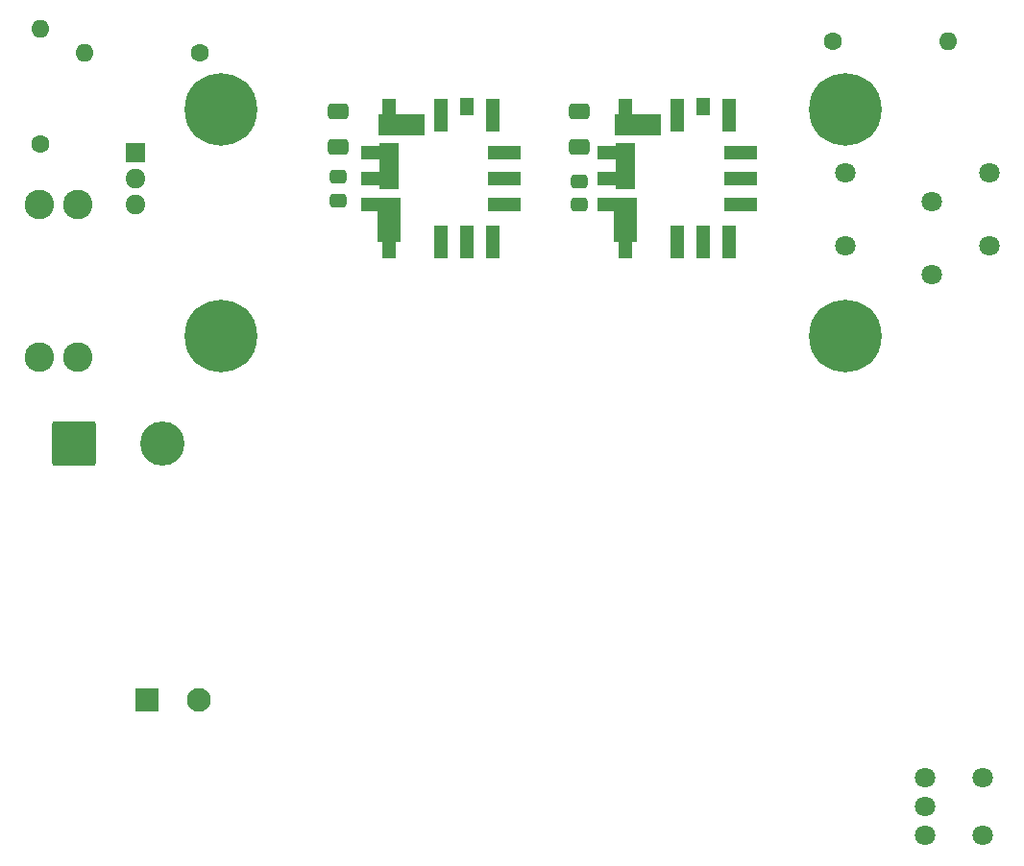
<source format=gbr>
%TF.GenerationSoftware,KiCad,Pcbnew,7.0.9*%
%TF.CreationDate,2025-02-06T13:00:42+09:00*%
%TF.ProjectId,05-PWR,30352d50-5752-42e6-9b69-6361645f7063,rev?*%
%TF.SameCoordinates,Original*%
%TF.FileFunction,Soldermask,Top*%
%TF.FilePolarity,Negative*%
%FSLAX46Y46*%
G04 Gerber Fmt 4.6, Leading zero omitted, Abs format (unit mm)*
G04 Created by KiCad (PCBNEW 7.0.9) date 2025-02-06 13:00:42*
%MOMM*%
%LPD*%
G01*
G04 APERTURE LIST*
G04 Aperture macros list*
%AMRoundRect*
0 Rectangle with rounded corners*
0 $1 Rounding radius*
0 $2 $3 $4 $5 $6 $7 $8 $9 X,Y pos of 4 corners*
0 Add a 4 corners polygon primitive as box body*
4,1,4,$2,$3,$4,$5,$6,$7,$8,$9,$2,$3,0*
0 Add four circle primitives for the rounded corners*
1,1,$1+$1,$2,$3*
1,1,$1+$1,$4,$5*
1,1,$1+$1,$6,$7*
1,1,$1+$1,$8,$9*
0 Add four rect primitives between the rounded corners*
20,1,$1+$1,$2,$3,$4,$5,0*
20,1,$1+$1,$4,$5,$6,$7,0*
20,1,$1+$1,$6,$7,$8,$9,0*
20,1,$1+$1,$8,$9,$2,$3,0*%
G04 Aperture macros list end*
%ADD10RoundRect,0.250000X0.475000X-0.337500X0.475000X0.337500X-0.475000X0.337500X-0.475000X-0.337500X0*%
%ADD11C,2.604000*%
%ADD12C,1.600000*%
%ADD13O,1.600000X1.600000*%
%ADD14C,0.800000*%
%ADD15C,6.400000*%
%ADD16C,1.800000*%
%ADD17R,1.200000X3.000000*%
%ADD18R,2.000000X4.000000*%
%ADD19R,3.000000X1.200000*%
%ADD20R,1.770000X4.112100*%
%ADD21R,4.170000X1.862000*%
%ADD22R,1.200000X1.500000*%
%ADD23R,1.800000X1.717500*%
%ADD24O,1.800000X1.717500*%
%ADD25RoundRect,0.250000X-0.650000X0.412500X-0.650000X-0.412500X0.650000X-0.412500X0.650000X0.412500X0*%
%ADD26RoundRect,0.250002X-1.699998X-1.699998X1.699998X-1.699998X1.699998X1.699998X-1.699998X1.699998X0*%
%ADD27C,3.900000*%
%ADD28RoundRect,0.250001X-0.799999X-0.799999X0.799999X-0.799999X0.799999X0.799999X-0.799999X0.799999X0*%
%ADD29C,2.100000*%
G04 APERTURE END LIST*
D10*
%TO.C,22u*%
X60298000Y-88037500D03*
X60298000Y-85962500D03*
%TD*%
%TO.C,22u*%
X81526000Y-88417500D03*
X81526000Y-86342500D03*
%TD*%
D11*
%TO.C,F1*%
X37338000Y-88384000D03*
X33938000Y-88384000D03*
X37338000Y-101854000D03*
X33938000Y-101854000D03*
%TD*%
D12*
%TO.C,10k*%
X34000000Y-83080000D03*
D13*
X34000000Y-72920000D03*
%TD*%
D14*
%TO.C,H2*%
X102600000Y-100000000D03*
X103302944Y-98302944D03*
X103302944Y-101697056D03*
X105000000Y-97600000D03*
D15*
X105000000Y-100000000D03*
D14*
X105000000Y-102400000D03*
X106697056Y-98302944D03*
X106697056Y-101697056D03*
X107400000Y-100000000D03*
%TD*%
D12*
%TO.C,1k2*%
X103920000Y-74000000D03*
D13*
X114080000Y-74000000D03*
%TD*%
D12*
%TO.C,1k2*%
X48080000Y-75000000D03*
D13*
X37920000Y-75000000D03*
%TD*%
D16*
%TO.C,RV5V-1340\u03A9*%
X105000000Y-85600000D03*
X112620000Y-88140000D03*
X117700000Y-85600000D03*
%TD*%
D17*
%TO.C,U2*%
X69342000Y-91706000D03*
X64762000Y-91706000D03*
D18*
X64762000Y-89763600D03*
D19*
X63742000Y-88396000D03*
X63742000Y-86106000D03*
D20*
X64762000Y-84958650D03*
D19*
X63742000Y-83816000D03*
D21*
X65862200Y-81381600D03*
D17*
X64762000Y-80506000D03*
X69342000Y-80506000D03*
X73922000Y-80506000D03*
D19*
X74942000Y-86106000D03*
X74942000Y-88396000D03*
D17*
X73922000Y-91706000D03*
X71632000Y-91706000D03*
D22*
X71632000Y-79756000D03*
D19*
X74942000Y-83816000D03*
%TD*%
D23*
%TO.C,Q1*%
X42418000Y-83812000D03*
D24*
X42418000Y-86102000D03*
X42418000Y-88392000D03*
%TD*%
D14*
%TO.C,H4*%
X47600000Y-80000000D03*
X48302944Y-78302944D03*
X48302944Y-81697056D03*
X50000000Y-77600000D03*
D15*
X50000000Y-80000000D03*
D14*
X50000000Y-82400000D03*
X51697056Y-78302944D03*
X51697056Y-81697056D03*
X52400000Y-80000000D03*
%TD*%
D16*
%TO.C,SW1*%
X117059859Y-144000000D03*
X117059859Y-138920000D03*
X111979859Y-138920000D03*
X111979859Y-141460000D03*
X111979859Y-144000000D03*
%TD*%
D25*
%TO.C,10u*%
X60298000Y-80187000D03*
X60298000Y-83312000D03*
%TD*%
D14*
%TO.C,H1*%
X47600000Y-100000000D03*
X48302944Y-98302944D03*
X48302944Y-101697056D03*
X50000000Y-97600000D03*
D15*
X50000000Y-100000000D03*
D14*
X50000000Y-102400000D03*
X51697056Y-98302944D03*
X51697056Y-101697056D03*
X52400000Y-100000000D03*
%TD*%
D26*
%TO.C,J2*%
X36994000Y-109474000D03*
D27*
X44794000Y-109474000D03*
%TD*%
D25*
%TO.C,10u*%
X81526000Y-80187000D03*
X81526000Y-83312000D03*
%TD*%
D14*
%TO.C,H3*%
X102600000Y-80000000D03*
X103302944Y-78302944D03*
X103302944Y-81697056D03*
X105000000Y-77600000D03*
D15*
X105000000Y-80000000D03*
D14*
X105000000Y-82400000D03*
X106697056Y-78302944D03*
X106697056Y-81697056D03*
X107400000Y-80000000D03*
%TD*%
D28*
%TO.C,J1*%
X43406000Y-132080000D03*
D29*
X48006000Y-132080000D03*
%TD*%
D17*
%TO.C,U1*%
X90170000Y-91706000D03*
X85590000Y-91706000D03*
D18*
X85590000Y-89763600D03*
D19*
X84570000Y-88396000D03*
X84570000Y-86106000D03*
D20*
X85590000Y-84958650D03*
D19*
X84570000Y-83816000D03*
D21*
X86690200Y-81381600D03*
D17*
X85590000Y-80506000D03*
X90170000Y-80506000D03*
X94750000Y-80506000D03*
D19*
X95770000Y-86106000D03*
X95770000Y-88396000D03*
D17*
X94750000Y-91706000D03*
X92460000Y-91706000D03*
D22*
X92460000Y-79756000D03*
D19*
X95770000Y-83816000D03*
%TD*%
D16*
%TO.C,3V3-2180\u03A9*%
X105000000Y-92000000D03*
X112620000Y-94540000D03*
X117700000Y-92000000D03*
%TD*%
M02*

</source>
